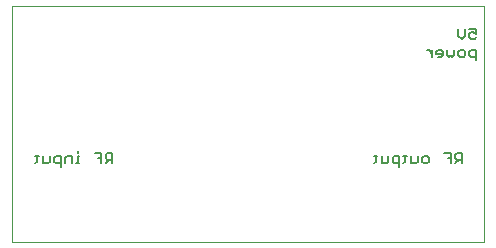
<source format=gbo>
G75*
%MOIN*%
%OFA0B0*%
%FSLAX24Y24*%
%IPPOS*%
%LPD*%
%AMOC8*
5,1,8,0,0,1.08239X$1,22.5*
%
%ADD10C,0.0000*%
%ADD11C,0.0060*%
D10*
X002153Y000139D02*
X002153Y008013D01*
X017901Y008013D01*
X017901Y000139D01*
X002153Y000139D01*
D11*
X003790Y002654D02*
X003790Y002995D01*
X003620Y002995D01*
X003563Y002938D01*
X003563Y002825D01*
X003620Y002768D01*
X003790Y002768D01*
X003932Y002768D02*
X003932Y002938D01*
X003988Y002995D01*
X004158Y002995D01*
X004158Y002768D01*
X004291Y002768D02*
X004404Y002768D01*
X004347Y002768D02*
X004347Y002995D01*
X004404Y002995D01*
X004347Y003108D02*
X004347Y003165D01*
X004914Y003108D02*
X005141Y003108D01*
X005141Y002768D01*
X005282Y002768D02*
X005396Y002881D01*
X005339Y002881D02*
X005509Y002881D01*
X005509Y002768D02*
X005509Y003108D01*
X005339Y003108D01*
X005282Y003051D01*
X005282Y002938D01*
X005339Y002881D01*
X005141Y002938D02*
X005027Y002938D01*
X003422Y002995D02*
X003422Y002825D01*
X003365Y002768D01*
X003195Y002768D01*
X003195Y002995D01*
X003054Y002995D02*
X002940Y002995D01*
X002997Y003051D02*
X002997Y002825D01*
X002940Y002768D01*
X014225Y002768D02*
X014282Y002825D01*
X014282Y003051D01*
X014339Y002995D02*
X014225Y002995D01*
X014480Y002995D02*
X014480Y002768D01*
X014650Y002768D01*
X014707Y002825D01*
X014707Y002995D01*
X014849Y002938D02*
X014849Y002825D01*
X014905Y002768D01*
X015075Y002768D01*
X015075Y002654D02*
X015075Y002995D01*
X014905Y002995D01*
X014849Y002938D01*
X015208Y002995D02*
X015321Y002995D01*
X015264Y003051D02*
X015264Y002825D01*
X015208Y002768D01*
X015462Y002768D02*
X015462Y002995D01*
X015689Y002995D02*
X015689Y002825D01*
X015633Y002768D01*
X015462Y002768D01*
X015831Y002825D02*
X015831Y002938D01*
X015887Y002995D01*
X016001Y002995D01*
X016058Y002938D01*
X016058Y002825D01*
X016001Y002768D01*
X015887Y002768D01*
X015831Y002825D01*
X016567Y003108D02*
X016794Y003108D01*
X016794Y002768D01*
X016936Y002768D02*
X017049Y002881D01*
X016992Y002881D02*
X017163Y002881D01*
X017163Y002768D02*
X017163Y003108D01*
X016992Y003108D01*
X016936Y003051D01*
X016936Y002938D01*
X016992Y002881D01*
X016794Y002938D02*
X016681Y002938D01*
X017635Y006198D02*
X017635Y006538D01*
X017465Y006538D01*
X017408Y006481D01*
X017408Y006368D01*
X017465Y006311D01*
X017635Y006311D01*
X017267Y006368D02*
X017210Y006311D01*
X017097Y006311D01*
X017040Y006368D01*
X017040Y006481D01*
X017097Y006538D01*
X017210Y006538D01*
X017267Y006481D01*
X017267Y006368D01*
X016898Y006368D02*
X016898Y006538D01*
X016671Y006538D02*
X016671Y006368D01*
X016728Y006311D01*
X016785Y006368D01*
X016842Y006311D01*
X016898Y006368D01*
X016530Y006368D02*
X016530Y006481D01*
X016473Y006538D01*
X016360Y006538D01*
X016303Y006481D01*
X016303Y006425D01*
X016530Y006425D01*
X016530Y006368D02*
X016473Y006311D01*
X016360Y006311D01*
X016162Y006311D02*
X016162Y006538D01*
X016162Y006425D02*
X016048Y006538D01*
X015992Y006538D01*
X017040Y007025D02*
X017040Y007251D01*
X017267Y007251D02*
X017267Y007025D01*
X017153Y006911D01*
X017040Y007025D01*
X017408Y007081D02*
X017408Y006968D01*
X017465Y006911D01*
X017578Y006911D01*
X017635Y006968D01*
X017635Y007081D02*
X017522Y007138D01*
X017465Y007138D01*
X017408Y007081D01*
X017635Y007081D02*
X017635Y007251D01*
X017408Y007251D01*
M02*

</source>
